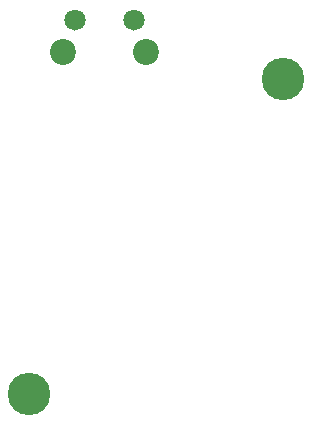
<source format=gbr>
%TF.GenerationSoftware,KiCad,Pcbnew,4.0.2+dfsg1-stable*%
%TF.CreationDate,2018-01-15T17:57:19-07:00*%
%TF.ProjectId,firefly2,66697265666C79322E6B696361645F70,rev?*%
%TF.FileFunction,Soldermask,Bot*%
%FSLAX46Y46*%
G04 Gerber Fmt 4.6, Leading zero omitted, Abs format (unit mm)*
G04 Created by KiCad (PCBNEW 4.0.2+dfsg1-stable) date Mon 15 Jan 2018 05:57:19 PM MST*
%MOMM*%
G01*
G04 APERTURE LIST*
%ADD10C,0.100000*%
%ADD11C,1.808000*%
%ADD12C,2.200000*%
%ADD13C,3.600000*%
G04 APERTURE END LIST*
D10*
D11*
X154600000Y-46400000D03*
X159600000Y-46400000D03*
D12*
X153600000Y-49100000D03*
X160600000Y-49100000D03*
D13*
X150700000Y-78000000D03*
X172200000Y-51400000D03*
M02*

</source>
